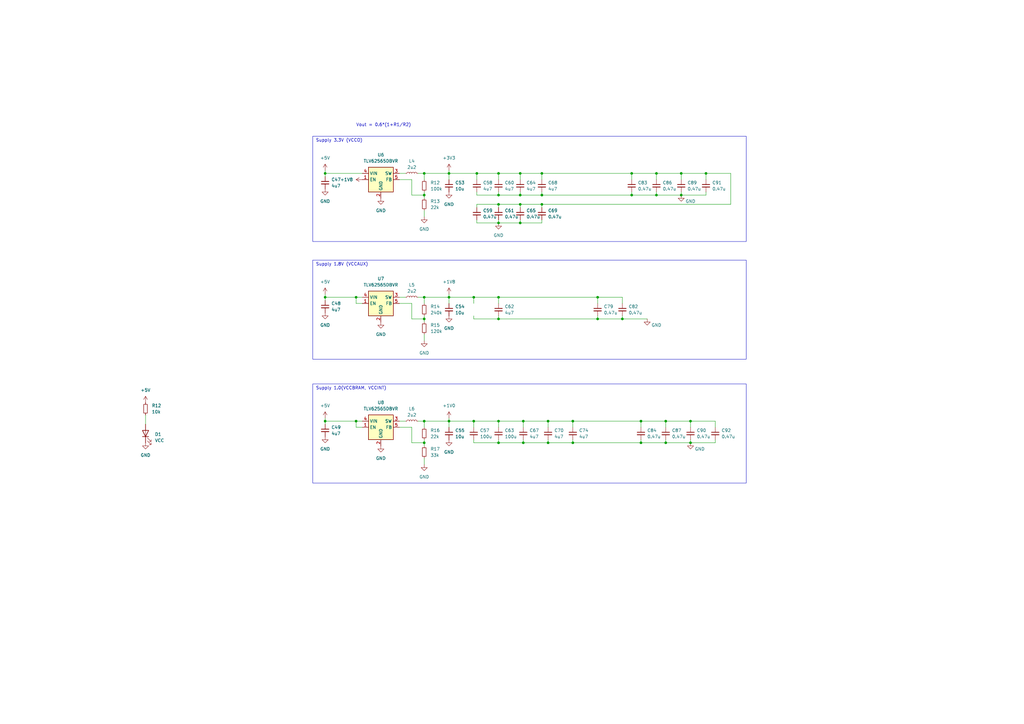
<source format=kicad_sch>
(kicad_sch (version 20231120) (generator "eeschema") (generator_version "8.0")
  (paper "A3")
  (lib_symbols
    (symbol "Device:C_Small" (pin_numbers hide) (pin_names (offset 0.254) hide)
      (property "Reference" "C" (at 0.254 1.778 0))
      (property "Value" "C_Small" (at 0.254 -2.032 0))
      (symbol "C_Small_0_1"
        (polyline (pts (xy -1.524 -0.508) (xy 1.524 -0.508)) (stroke (width 0.3302)))
        (polyline (pts (xy -1.524 0.508) (xy 1.524 0.508)) (stroke (width 0.3048)))
      )
      (symbol "C_Small_1_1"
        (pin passive line (at 0 2.54 270) (length 2.032) (name "~") (number "1"))
        (pin passive line (at 0 -2.54 90) (length 2.032) (name "~") (number "2"))
      )
    )
    (symbol "Device:LED" (pin_numbers hide) (pin_names (offset 1.016) hide)
      (property "Reference" "D" (at 0 2.54 0))
      (property "Value" "LED" (at 0 -2.54 0))
      (symbol "LED_0_1"
        (polyline (pts (xy -1.27 -1.27) (xy -1.27 1.27)) (stroke (width 0.254)))
        (polyline (pts (xy -1.27 0) (xy 1.27 0)))
        (polyline (pts (xy 1.27 -1.27) (xy 1.27 1.27) (xy -1.27 0) (xy 1.27 -1.27)) (stroke (width 0.254)))
        (polyline (pts (xy -3.048 -0.762) (xy -4.572 -2.286) (xy -3.81 -2.286) (xy -4.572 -2.286) (xy -4.572 -1.524)))
        (polyline (pts (xy -1.778 -0.762) (xy -3.302 -2.286) (xy -2.54 -2.286) (xy -3.302 -2.286) (xy -3.302 -1.524)))
      )
      (symbol "LED_1_1"
        (pin passive line (at -3.81 0 0) (length 2.54) (name "K") (number "1"))
        (pin passive line (at 3.81 0 180) (length 2.54) (name "A") (number "2"))
      )
    )
    (symbol "Device:L_Small" (pin_numbers hide) (pin_names (offset 0.254) hide)
      (property "Reference" "L" (at 0.762 1.016 0))
      (property "Value" "L_Small" (at 0.762 -1.016 0))
      (symbol "L_Small_0_1"
        (arc (start 0 -2.032) (mid 0.5058 -1.524) (end 0 -1.016))
        (arc (start 0 -1.016) (mid 0.5058 -0.508) (end 0 0))
        (arc (start 0 0) (mid 0.5058 0.508) (end 0 1.016))
        (arc (start 0 1.016) (mid 0.5058 1.524) (end 0 2.032))
      )
      (symbol "L_Small_1_1"
        (pin passive line (at 0 2.54 270) (length 0.508) (name "~") (number "1"))
        (pin passive line (at 0 -2.54 90) (length 0.508) (name "~") (number "2"))
      )
    )
    (symbol "Device:R_Small" (pin_numbers hide) (pin_names (offset 0.254) hide)
      (property "Reference" "R" (at 0.762 0.508 0))
      (property "Value" "R_Small" (at 0.762 -1.016 0))
      (symbol "R_Small_0_1"
        (rectangle (start -0.762 1.778) (end 0.762 -1.778) (stroke (width 0.2032)))
      )
      (symbol "R_Small_1_1"
        (pin passive line (at 0 2.54 270) (length 0.762) (name "~") (number "1"))
        (pin passive line (at 0 -2.54 90) (length 0.762) (name "~") (number "2"))
      )
    )
    (symbol "Regulator_Switching:NCP1529A"
      (property "Reference" "U" (at -5.08 6.35 0))
      (property "Value" "NCP1529A" (at 0 6.35 0))
      (symbol "NCP1529A_0_1"
        (rectangle (start -5.08 5.08) (end 5.08 -5.08) (stroke (width 0.254)) (fill (type background)))
      )
      (symbol "NCP1529A_1_1"
        (pin input line (at -7.62 0 0) (length 2.54) (name "EN") (number "1"))
        (pin power_in line (at 0 -7.62 90) (length 2.54) (name "GND") (number "2"))
        (pin power_out line (at 7.62 2.54 180) (length 2.54) (name "SW") (number "3"))
        (pin power_in line (at -7.62 2.54 0) (length 2.54) (name "VIN") (number "4"))
        (pin input line (at 7.62 0 180) (length 2.54) (name "FB") (number "5"))
      )
    )
    (symbol "power:+1V0" (power) (pin_names (offset 0))
      (property "Value" "+1V0" (at 0 3.556 0))
      (symbol "+1V0_0_1"
        (polyline (pts (xy -0.762 1.27) (xy 0 2.54)))
        (polyline (pts (xy 0 0) (xy 0 2.54)))
        (polyline (pts (xy 0 2.54) (xy 0.762 1.27)))
      )
      (symbol "+1V0_1_1"
        (pin power_in line (at 0 0 90) (length 0) hide (name "+1V0") (number "1"))
      )
    )
    (symbol "power:+1V8" (power) (pin_names (offset 0))
      (property "Value" "+1V8" (at 0 3.556 0))
      (symbol "+1V8_0_1"
        (polyline (pts (xy -0.762 1.27) (xy 0 2.54)))
        (polyline (pts (xy 0 0) (xy 0 2.54)))
        (polyline (pts (xy 0 2.54) (xy 0.762 1.27)))
      )
      (symbol "+1V8_1_1"
        (pin power_in line (at 0 0 90) (length 0) hide (name "+1V8") (number "1"))
      )
    )
    (symbol "power:+3V3" (power) (pin_names (offset 0))
      (property "Value" "+3V3" (at 0 3.556 0))
      (symbol "+3V3_0_1"
        (polyline (pts (xy -0.762 1.27) (xy 0 2.54)))
        (polyline (pts (xy 0 0) (xy 0 2.54)))
        (polyline (pts (xy 0 2.54) (xy 0.762 1.27)))
      )
      (symbol "+3V3_1_1"
        (pin power_in line (at 0 0 90) (length 0) hide (name "+3V3") (number "1"))
      )
    )
    (symbol "power:+5V" (power) (pin_names (offset 0))
      (property "Value" "+5V" (at 0 3.556 0))
      (symbol "+5V_0_1"
        (polyline (pts (xy -0.762 1.27) (xy 0 2.54)))
        (polyline (pts (xy 0 0) (xy 0 2.54)))
        (polyline (pts (xy 0 2.54) (xy 0.762 1.27)))
      )
      (symbol "+5V_1_1"
        (pin power_in line (at 0 0 90) (length 0) hide (name "+5V") (number "1"))
      )
    )
    (symbol "power:GND" (power) (pin_names (offset 0))
      (property "Value" "GND" (at 0 -3.81 0))
      (symbol "GND_0_1"
        (polyline (pts (xy 0 0) (xy 0 -1.27) (xy 1.27 -1.27) (xy 0 -2.54) (xy -1.27 -1.27) (xy 0 -1.27)))
      )
      (symbol "GND_1_1"
        (pin power_in line (at 0 0 270) (length 0) hide (name "GND") (number "1"))
      )
    )
  )
  (junction (at 259.08 80.01))
  (junction (at 204.47 83.82))
  (junction (at 146.05 121.92))
  (junction (at 213.36 80.01))
  (junction (at 204.47 172.72))
  (junction (at 204.47 71.12))
  (junction (at 234.95 172.72))
  (junction (at 173.99 130.81))
  (junction (at 173.99 80.01))
  (junction (at 269.24 80.01))
  (junction (at 259.08 71.12))
  (junction (at 289.56 71.12))
  (junction (at 173.99 71.12))
  (junction (at 213.36 83.82))
  (junction (at 273.05 181.61))
  (junction (at 222.25 83.82))
  (junction (at 133.35 121.92))
  (junction (at 184.15 121.92))
  (junction (at 204.47 181.61))
  (junction (at 204.47 91.44))
  (junction (at 245.11 121.92))
  (junction (at 262.89 172.72))
  (junction (at 283.21 172.72))
  (junction (at 173.99 172.72))
  (junction (at 214.63 181.61))
  (junction (at 204.47 80.01))
  (junction (at 213.36 91.44))
  (junction (at 222.25 80.01))
  (junction (at 204.47 121.92))
  (junction (at 273.05 172.72))
  (junction (at 146.05 172.72))
  (junction (at 245.11 130.81))
  (junction (at 133.35 71.12))
  (junction (at 214.63 172.72))
  (junction (at 194.31 172.72))
  (junction (at 133.35 172.72))
  (junction (at 204.47 130.81))
  (junction (at 262.89 181.61))
  (junction (at 279.4 80.01))
  (junction (at 195.58 71.12))
  (junction (at 213.36 71.12))
  (junction (at 269.24 71.12))
  (junction (at 184.15 71.12))
  (junction (at 255.27 130.81))
  (junction (at 222.25 71.12))
  (junction (at 184.15 172.72))
  (junction (at 234.95 181.61))
  (junction (at 173.99 181.61))
  (junction (at 279.4 71.12))
  (junction (at 194.31 121.92))
  (junction (at 283.21 181.61))
  (junction (at 224.79 172.72))
  (junction (at 173.99 121.92))
  (junction (at 224.79 181.61))
  (wire (pts (xy 195.58 90.17) (xy 195.58 91.44)))
  (wire (pts (xy 279.4 78.74) (xy 279.4 80.01)))
  (wire (pts (xy 163.83 172.72) (xy 166.37 172.72)))
  (wire (pts (xy 293.37 180.34) (xy 293.37 181.61)))
  (wire (pts (xy 184.15 73.66) (xy 184.15 71.12)))
  (wire (pts (xy 245.11 121.92) (xy 245.11 124.46)))
  (wire (pts (xy 283.21 172.72) (xy 283.21 175.26)))
  (wire (pts (xy 204.47 172.72) (xy 214.63 172.72)))
  (wire (pts (xy 163.83 124.46) (xy 168.91 124.46)))
  (wire (pts (xy 213.36 71.12) (xy 213.36 73.66)))
  (wire (pts (xy 262.89 180.34) (xy 262.89 181.61)))
  (wire (pts (xy 213.36 91.44) (xy 222.25 91.44)))
  (wire (pts (xy 184.15 121.92) (xy 194.31 121.92)))
  (wire (pts (xy 213.36 90.17) (xy 213.36 91.44)))
  (wire (pts (xy 168.91 124.46) (xy 168.91 130.81)))
  (wire (pts (xy 148.59 175.26) (xy 146.05 175.26)))
  (wire (pts (xy 168.91 130.81) (xy 173.99 130.81)))
  (wire (pts (xy 163.83 73.66) (xy 168.91 73.66)))
  (wire (pts (xy 204.47 80.01) (xy 195.58 80.01)))
  (wire (pts (xy 195.58 71.12) (xy 204.47 71.12)))
  (wire (pts (xy 133.35 172.72) (xy 146.05 172.72)))
  (wire (pts (xy 204.47 83.82) (xy 213.36 83.82)))
  (wire (pts (xy 269.24 80.01) (xy 259.08 80.01)))
  (wire (pts (xy 195.58 83.82) (xy 204.47 83.82)))
  (wire (pts (xy 163.83 121.92) (xy 166.37 121.92)))
  (wire (pts (xy 234.95 172.72) (xy 262.89 172.72)))
  (wire (pts (xy 222.25 80.01) (xy 213.36 80.01)))
  (wire (pts (xy 214.63 172.72) (xy 224.79 172.72)))
  (wire (pts (xy 173.99 137.16) (xy 173.99 139.7)))
  (wire (pts (xy 204.47 121.92) (xy 245.11 121.92)))
  (wire (pts (xy 148.59 124.46) (xy 146.05 124.46)))
  (wire (pts (xy 204.47 71.12) (xy 213.36 71.12)))
  (wire (pts (xy 173.99 80.01) (xy 173.99 81.28)))
  (wire (pts (xy 299.72 71.12) (xy 289.56 71.12)))
  (wire (pts (xy 273.05 181.61) (xy 262.89 181.61)))
  (wire (pts (xy 234.95 172.72) (xy 234.95 175.26)))
  (wire (pts (xy 195.58 71.12) (xy 195.58 73.66)))
  (wire (pts (xy 195.58 80.01) (xy 195.58 78.74)))
  (wire (pts (xy 194.31 172.72) (xy 194.31 175.26)))
  (wire (pts (xy 214.63 180.34) (xy 214.63 181.61)))
  (wire (pts (xy 133.35 171.45) (xy 133.35 172.72)))
  (wire (pts (xy 184.15 175.26) (xy 184.15 172.72)))
  (wire (pts (xy 279.4 80.01) (xy 269.24 80.01)))
  (wire (pts (xy 213.36 71.12) (xy 222.25 71.12)))
  (wire (pts (xy 222.25 83.82) (xy 299.72 83.82)))
  (wire (pts (xy 173.99 172.72) (xy 173.99 175.26)))
  (wire (pts (xy 173.99 86.36) (xy 173.99 88.9)))
  (wire (pts (xy 262.89 172.72) (xy 262.89 175.26)))
  (wire (pts (xy 273.05 172.72) (xy 273.05 175.26)))
  (wire (pts (xy 173.99 71.12) (xy 173.99 73.66)))
  (wire (pts (xy 245.11 129.54) (xy 245.11 130.81)))
  (wire (pts (xy 163.83 175.26) (xy 168.91 175.26)))
  (wire (pts (xy 173.99 78.74) (xy 173.99 80.01)))
  (wire (pts (xy 289.56 80.01) (xy 279.4 80.01)))
  (wire (pts (xy 255.27 129.54) (xy 255.27 130.81)))
  (wire (pts (xy 184.15 120.65) (xy 184.15 121.92)))
  (wire (pts (xy 289.56 71.12) (xy 289.56 73.66)))
  (wire (pts (xy 224.79 172.72) (xy 234.95 172.72)))
  (wire (pts (xy 194.31 181.61) (xy 204.47 181.61)))
  (wire (pts (xy 204.47 121.92) (xy 204.47 124.46)))
  (wire (pts (xy 133.35 123.19) (xy 133.35 121.92)))
  (wire (pts (xy 133.35 173.99) (xy 133.35 172.72)))
  (wire (pts (xy 133.35 72.39) (xy 133.35 71.12)))
  (wire (pts (xy 299.72 83.82) (xy 299.72 71.12)))
  (wire (pts (xy 283.21 181.61) (xy 273.05 181.61)))
  (wire (pts (xy 173.99 121.92) (xy 184.15 121.92)))
  (wire (pts (xy 283.21 172.72) (xy 293.37 172.72)))
  (wire (pts (xy 168.91 175.26) (xy 168.91 181.61)))
  (wire (pts (xy 204.47 91.44) (xy 213.36 91.44)))
  (wire (pts (xy 204.47 71.12) (xy 204.47 73.66)))
  (wire (pts (xy 59.69 170.18) (xy 59.69 173.99)))
  (wire (pts (xy 194.31 181.61) (xy 194.31 180.34)))
  (wire (pts (xy 173.99 187.96) (xy 173.99 190.5)))
  (wire (pts (xy 273.05 172.72) (xy 283.21 172.72)))
  (wire (pts (xy 259.08 71.12) (xy 259.08 73.66)))
  (wire (pts (xy 259.08 71.12) (xy 269.24 71.12)))
  (wire (pts (xy 204.47 78.74) (xy 204.47 80.01)))
  (wire (pts (xy 224.79 180.34) (xy 224.79 181.61)))
  (wire (pts (xy 234.95 181.61) (xy 262.89 181.61)))
  (wire (pts (xy 279.4 71.12) (xy 289.56 71.12)))
  (wire (pts (xy 204.47 90.17) (xy 204.47 91.44)))
  (wire (pts (xy 269.24 71.12) (xy 269.24 73.66)))
  (wire (pts (xy 173.99 180.34) (xy 173.99 181.61)))
  (wire (pts (xy 184.15 172.72) (xy 194.31 172.72)))
  (wire (pts (xy 289.56 78.74) (xy 289.56 80.01)))
  (wire (pts (xy 213.36 80.01) (xy 204.47 80.01)))
  (wire (pts (xy 262.89 172.72) (xy 273.05 172.72)))
  (wire (pts (xy 194.31 172.72) (xy 204.47 172.72)))
  (wire (pts (xy 283.21 180.34) (xy 283.21 181.61)))
  (wire (pts (xy 194.31 121.92) (xy 204.47 121.92)))
  (wire (pts (xy 213.36 78.74) (xy 213.36 80.01)))
  (wire (pts (xy 293.37 172.72) (xy 293.37 175.26)))
  (wire (pts (xy 184.15 124.46) (xy 184.15 121.92)))
  (wire (pts (xy 234.95 180.34) (xy 234.95 181.61)))
  (wire (pts (xy 245.11 121.92) (xy 255.27 121.92)))
  (wire (pts (xy 222.25 71.12) (xy 222.25 73.66)))
  (wire (pts (xy 168.91 181.61) (xy 173.99 181.61)))
  (wire (pts (xy 204.47 129.54) (xy 204.47 130.81)))
  (wire (pts (xy 269.24 71.12) (xy 279.4 71.12)))
  (wire (pts (xy 195.58 85.09) (xy 195.58 83.82)))
  (wire (pts (xy 214.63 181.61) (xy 224.79 181.61)))
  (wire (pts (xy 222.25 71.12) (xy 259.08 71.12)))
  (wire (pts (xy 213.36 83.82) (xy 222.25 83.82)))
  (wire (pts (xy 173.99 121.92) (xy 173.99 124.46)))
  (wire (pts (xy 204.47 83.82) (xy 204.47 85.09)))
  (wire (pts (xy 255.27 130.81) (xy 245.11 130.81)))
  (wire (pts (xy 194.31 130.81) (xy 204.47 130.81)))
  (wire (pts (xy 224.79 172.72) (xy 224.79 175.26)))
  (wire (pts (xy 259.08 78.74) (xy 259.08 80.01)))
  (wire (pts (xy 213.36 83.82) (xy 213.36 85.09)))
  (wire (pts (xy 204.47 181.61) (xy 214.63 181.61)))
  (wire (pts (xy 279.4 71.12) (xy 279.4 73.66)))
  (wire (pts (xy 222.25 83.82) (xy 222.25 85.09)))
  (wire (pts (xy 194.31 124.46) (xy 194.31 121.92)))
  (wire (pts (xy 214.63 172.72) (xy 214.63 175.26)))
  (wire (pts (xy 222.25 90.17) (xy 222.25 91.44)))
  (wire (pts (xy 133.35 71.12) (xy 148.59 71.12)))
  (wire (pts (xy 173.99 129.54) (xy 173.99 130.81)))
  (wire (pts (xy 184.15 69.85) (xy 184.15 71.12)))
  (wire (pts (xy 171.45 172.72) (xy 173.99 172.72)))
  (wire (pts (xy 184.15 171.45) (xy 184.15 172.72)))
  (wire (pts (xy 204.47 180.34) (xy 204.47 181.61)))
  (wire (pts (xy 173.99 172.72) (xy 184.15 172.72)))
  (wire (pts (xy 255.27 121.92) (xy 255.27 124.46)))
  (wire (pts (xy 163.83 71.12) (xy 166.37 71.12)))
  (wire (pts (xy 195.58 91.44) (xy 204.47 91.44)))
  (wire (pts (xy 146.05 124.46) (xy 146.05 121.92)))
  (wire (pts (xy 146.05 175.26) (xy 146.05 172.72)))
  (wire (pts (xy 293.37 181.61) (xy 283.21 181.61)))
  (wire (pts (xy 146.05 121.92) (xy 148.59 121.92)))
  (wire (pts (xy 173.99 130.81) (xy 173.99 132.08)))
  (wire (pts (xy 171.45 121.92) (xy 173.99 121.92)))
  (wire (pts (xy 173.99 71.12) (xy 184.15 71.12)))
  (wire (pts (xy 184.15 71.12) (xy 195.58 71.12)))
  (wire (pts (xy 168.91 80.01) (xy 173.99 80.01)))
  (wire (pts (xy 222.25 80.01) (xy 259.08 80.01)))
  (wire (pts (xy 133.35 69.85) (xy 133.35 71.12)))
  (wire (pts (xy 204.47 172.72) (xy 204.47 175.26)))
  (wire (pts (xy 269.24 78.74) (xy 269.24 80.01)))
  (wire (pts (xy 133.35 120.65) (xy 133.35 121.92)))
  (wire (pts (xy 265.43 130.81) (xy 255.27 130.81)))
  (wire (pts (xy 173.99 181.61) (xy 173.99 182.88)))
  (wire (pts (xy 204.47 130.81) (xy 245.11 130.81)))
  (wire (pts (xy 194.31 129.54) (xy 194.31 130.81)))
  (wire (pts (xy 146.05 172.72) (xy 148.59 172.72)))
  (wire (pts (xy 171.45 71.12) (xy 173.99 71.12)))
  (wire (pts (xy 168.91 73.66) (xy 168.91 80.01)))
  (wire (pts (xy 224.79 181.61) (xy 234.95 181.61)))
  (wire (pts (xy 222.25 78.74) (xy 222.25 80.01)))
  (wire (pts (xy 273.05 180.34) (xy 273.05 181.61)))
  (wire (pts (xy 133.35 121.92) (xy 146.05 121.92)))
  (rectangle (start 128.27 55.88) (end 306.07 99.06))
  (rectangle (start 128.27 157.48) (end 306.07 198.12))
  (rectangle (start 128.27 106.68) (end 306.07 147.32))
  (text "Supply 1.8V (VCCAUX)\n" (at 129.54 109.22 0) (effects (font (size 1.27 1.27)) (justify left bottom)))
  (text "Supply 3.3V (VCCO)" (at 129.54 58.42 0) (effects (font (size 1.27 1.27)) (justify left bottom)))
  (text "Supply 1.0(VCCBRAM, VCCINT)\n" (at 129.54 160.02 0) (effects (font (size 1.27 1.27)) (justify left bottom)))
  (text "Vout = 0.6*(1+R1/R2)" (at 146.05 52.07 0) (effects (font (size 1.27 1.27)) (justify left bottom)))
  (symbol (lib_id "Device:C_Small") (at 289.56 76.2 0) (unit 1)
    (property "Reference" "C91" (at 292.1 74.9363 0) (effects (justify left)))
    (property "Value" "0.47u" (at 292.1 77.4763 0) (effects (justify left)))
    (property "Footprint" "Capacitor_SMD:C_0402_1005Metric" (effects (hide yes)))
    (property "JLCPCB" "C106255" (effects (hide yes)))
    (instances (project "som_fpga" (path "" (reference "C91") (unit 1)) (path "" (reference "C17") (unit 1))) (project "som_fpga" (path "" (reference "C43") (unit 1))))
  )
  (symbol (lib_id "power:GND") (at 156.21 132.08 0) (unit 1)
    (property "Reference" "#PWR059" (effects (hide yes)))
    (property "Value" "GND" (at 156.21 137.16 0))
    (instances (project "som_fpga" (path "" (reference "#PWR059") (unit 1)) (path "" (reference "#PWR09") (unit 1))) (project "som_fpga" (path "" (reference "#PWR030") (unit 1))))
  )
  (symbol (lib_id "Device:C_Small") (at 273.05 177.8 0) (unit 1)
    (property "Reference" "C87" (at 275.59 176.5363 0) (effects (justify left)))
    (property "Value" "0.47u" (at 275.59 179.0763 0) (effects (justify left)))
    (property "Footprint" "Capacitor_SMD:C_0402_1005Metric" (effects (hide yes)))
    (property "JLCPCB" "C106255" (effects (hide yes)))
    (instances (project "som_fpga" (path "" (reference "C87") (unit 1)) (path "" (reference "C41") (unit 1))) (project "som_fpga" (path "" (reference "C39") (unit 1))))
  )
  (symbol (lib_id "Device:R_Small") (at 173.99 185.42 0) (unit 1)
    (property "Reference" "R17" (at 176.53 184.15 0) (effects (justify left)))
    (property "Value" "33k" (at 176.53 186.69 0) (effects (justify left)))
    (property "Footprint" "Resistor_SMD:R_0402_1005Metric" (effects (hide yes)))
    (property "JLCPCB" "C416388" (effects (hide yes)))
    (instances (project "som_fpga" (path "" (reference "R17") (unit 1)) (path "" (reference "R6") (unit 1))) (project "som_fpga" (path "" (reference "R13") (unit 1))))
  )
  (symbol (lib_id "Device:R_Small") (at 173.99 177.8 0) (unit 1)
    (property "Reference" "R16" (at 176.53 176.53 0) (effects (justify left)))
    (property "Value" "22k" (at 176.53 179.07 0) (effects (justify left)))
    (property "Footprint" "Resistor_SMD:R_0402_1005Metric" (effects (hide yes)))
    (property "JLCPCB" "C409681" (effects (hide yes)))
    (instances (project "som_fpga" (path "" (reference "R16") (unit 1)) (path "" (reference "R5") (unit 1))) (project "som_fpga" (path "" (reference "R12") (unit 1))))
  )
  (symbol (lib_id "power:+3V3") (at 184.15 69.85 0) (unit 1)
    (property "Reference" "#PWR057" (effects (hide yes)))
    (property "Value" "+3V3" (at 184.15 64.77 0))
    (instances (project "som_fpga" (path "" (reference "#PWR057") (unit 1))) (project "som_fpga" (path "" (reference "#PWR035") (unit 1))))
  )
  (symbol (lib_id "power:GND") (at 173.99 139.7 0) (unit 1)
    (property "Reference" "#PWR062" (effects (hide yes)))
    (property "Value" "GND" (at 173.99 144.78 0))
    (instances (project "som_fpga" (path "" (reference "#PWR062") (unit 1)) (path "" (reference "#PWR010") (unit 1))) (project "som_fpga" (path "" (reference "#PWR033") (unit 1))))
  )
  (symbol (lib_id "Device:C_Small") (at 133.35 74.93 0) (unit 1)
    (property "Reference" "C47" (at 135.89 73.6663 0) (effects (justify left)))
    (property "Value" "4u7" (at 135.89 76.2063 0) (effects (justify left)))
    (property "Footprint" "Capacitor_SMD:C_0805_2012Metric" (effects (hide yes)))
    (property "JLCPCB" "C162420" (effects (hide yes)))
    (instances (project "som_fpga" (path "" (reference "C47") (unit 1)) (path "" (reference "C1") (unit 1))) (project "som_fpga" (path "" (reference "C2") (unit 1))))
  )
  (symbol (lib_id "power:+5V") (at 133.35 171.45 0) (unit 1)
    (property "Reference" "#PWR055" (effects (hide yes)))
    (property "Value" "+5V" (at 133.35 166.37 0))
    (instances (project "som_fpga" (path "" (reference "#PWR055") (unit 1)) (path "" (reference "#PWR013") (unit 1))) (project "som_fpga" (path "" (reference "#PWR026") (unit 1))))
  )
  (symbol (lib_id "Device:R_Small") (at 59.69 167.64 0) (unit 1)
    (property "Reference" "R12" (at 62.23 166.37 0) (effects (justify left)))
    (property "Value" "10k" (at 62.23 168.91 0) (effects (justify left)))
    (property "Footprint" "Resistor_SMD:R_0402_1005Metric" (effects (hide yes)))
    (property "JLCPCB" "C328298" (effects (hide yes)))
    (instances (project "som_fpga" (path "" (reference "R12") (unit 1)) (path "" (reference "R13") (unit 1))) (project "som_fpga" (path "" (reference "R7") (unit 1))))
  )
  (symbol (lib_id "Device:C_Small") (at 204.47 127 0) (unit 1)
    (property "Reference" "C62" (at 207.01 125.7363 0) (effects (justify left)))
    (property "Value" "4u7" (at 207.01 128.2763 0) (effects (justify left)))
    (property "Footprint" "Capacitor_SMD:C_0805_2012Metric" (effects (hide yes)))
    (property "JLCPCB" "C162420" (effects (hide yes)))
    (instances (project "som_fpga" (path "" (reference "C62") (unit 1)) (path "" (reference "C25") (unit 1))) (project "som_fpga" (path "" (reference "C14") (unit 1))))
  )
  (symbol (lib_id "Device:C_Small") (at 222.25 76.2 0) (unit 1)
    (property "Reference" "C68" (at 224.79 74.9363 0) (effects (justify left)))
    (property "Value" "4u7" (at 224.79 77.4763 0) (effects (justify left)))
    (property "Footprint" "Capacitor_SMD:C_0805_2012Metric" (effects (hide yes)))
    (property "JLCPCB" "C162420" (effects (hide yes)))
    (instances (project "som_fpga" (path "" (reference "C68") (unit 1)) (path "" (reference "C10") (unit 1))) (project "som_fpga" (path "" (reference "C20") (unit 1))))
  )
  (symbol (lib_id "power:GND") (at 265.43 130.81 0) (unit 1)
    (property "Reference" "#PWR071" (effects (hide yes)))
    (property "Value" "GND" (at 269.24 133.35 0))
    (instances (project "som_fpga" (path "" (reference "#PWR071") (unit 1)) (path "" (reference "#PWR021") (unit 1))) (project "som_fpga" (path "" (reference "#PWR042") (unit 1))))
  )
  (symbol (lib_id "Device:C_Small") (at 195.58 76.2 0) (unit 1)
    (property "Reference" "C58" (at 198.12 74.9363 0) (effects (justify left)))
    (property "Value" "4u7" (at 198.12 77.4763 0) (effects (justify left)))
    (property "Footprint" "Capacitor_SMD:C_0805_2012Metric" (effects (hide yes)))
    (property "JLCPCB" "C162420" (effects (hide yes)))
    (instances (project "som_fpga" (path "" (reference "C58") (unit 1)) (path "" (reference "C7") (unit 1))) (project "som_fpga" (path "" (reference "C10") (unit 1))))
  )
  (symbol (lib_id "power:GND") (at 283.21 181.61 0) (unit 1)
    (property "Reference" "#PWR073" (effects (hide yes)))
    (property "Value" "GND" (at 287.02 184.15 0))
    (instances (project "som_fpga" (path "" (reference "#PWR073") (unit 1)) (path "" (reference "#PWR022") (unit 1))) (project "som_fpga" (path "" (reference "#PWR044") (unit 1))))
  )
  (symbol (lib_id "Device:C_Small") (at 262.89 177.8 0) (unit 1)
    (property "Reference" "C84" (at 265.43 176.5363 0) (effects (justify left)))
    (property "Value" "0.47u" (at 265.43 179.0763 0) (effects (justify left)))
    (property "Footprint" "Capacitor_SMD:C_0402_1005Metric" (effects (hide yes)))
    (property "JLCPCB" "C106255" (effects (hide yes)))
    (instances (project "som_fpga" (path "" (reference "C84") (unit 1)) (path "" (reference "C40") (unit 1))) (project "som_fpga" (path "" (reference "C36") (unit 1))))
  )
  (symbol (lib_id "Device:C_Small") (at 133.35 176.53 0) (unit 1)
    (property "Reference" "C49" (at 135.89 175.2663 0) (effects (justify left)))
    (property "Value" "4u7" (at 135.89 177.8063 0) (effects (justify left)))
    (property "Footprint" "Capacitor_SMD:C_0805_2012Metric" (effects (hide yes)))
    (property "JLCPCB" "C162420" (effects (hide yes)))
    (instances (project "som_fpga" (path "" (reference "C49") (unit 1)) (path "" (reference "C5") (unit 1))) (project "som_fpga" (path "" (reference "C4") (unit 1))))
  )
  (symbol (lib_id "Device:C_Small") (at 194.31 177.8 0) (unit 1)
    (property "Reference" "C57" (at 196.85 176.5363 0) (effects (justify left)))
    (property "Value" "100u" (at 196.85 179.0763 0) (effects (justify left)))
    (property "Footprint" "Capacitor_SMD:C_1206_3216Metric" (effects (hide yes)))
    (property "JLCPCB" "C268006" (effects (hide yes)))
    (instances (project "som_fpga" (path "" (reference "C57") (unit 1)) (path "" (reference "C33") (unit 1))) (project "som_fpga" (path "" (reference "C9") (unit 1))))
  )
  (symbol (lib_id "Regulator_Switching:NCP1529A") (at 156.21 73.66 0) (unit 1)
    (property "Reference" "U6" (at 156.21 63.5 0))
    (property "Value" "TLV62565DBVR" (at 156.21 66.04 0))
    (property "Footprint" "Package_TO_SOT_SMD:SOT-23-5" (effects (hide yes)))
    (property "Datasheet" "https://www.onsemi.com/pub/Collateral/NCP1529-D.PDF" (effects (hide yes)))
    (property "JLCPCB" "C87122" (effects (hide yes)))
    (instances (project "som_fpga" (path "" (reference "U6") (unit 1)) (path "" (reference "U2") (unit 1))) (project "som_fpga" (path "" (reference "U7") (unit 1))))
  )
  (symbol (lib_id "power:GND") (at 204.47 91.44 0) (unit 1)
    (property "Reference" "#PWR070" (effects (hide yes)))
    (property "Value" "GND" (at 204.47 96.52 0))
    (instances (project "som_fpga" (path "" (reference "#PWR070") (unit 1)) (path "" (reference "#PWR019") (unit 1))) (project "som_fpga" (path "" (reference "#PWR041") (unit 1))))
  )
  (symbol (lib_id "power:+1V8") (at 148.59 73.66 90) (unit 1)
    (property "Reference" "#PWR057" (effects (hide yes)))
    (property "Value" "+1V8" (at 144.78 73.66 90) (effects (justify left)))
    (instances (project "som_fpga" (path "" (reference "#PWR057") (unit 1)) (path "" (reference "#PWR023") (unit 1))) (project "som_fpga" (path "" (reference "#PWR028") (unit 1))))
  )
  (symbol (lib_id "Device:C_Small") (at 283.21 177.8 0) (unit 1)
    (property "Reference" "C90" (at 285.75 176.5363 0) (effects (justify left)))
    (property "Value" "0.47u" (at 285.75 179.0763 0) (effects (justify left)))
    (property "Footprint" "Capacitor_SMD:C_0402_1005Metric" (effects (hide yes)))
    (property "JLCPCB" "C106255" (effects (hide yes)))
    (instances (project "som_fpga" (path "" (reference "C90") (unit 1)) (path "" (reference "C42") (unit 1))) (project "som_fpga" (path "" (reference "C42") (unit 1))))
  )
  (symbol (lib_id "power:GND") (at 279.4 80.01 0) (unit 1)
    (property "Reference" "#PWR072" (effects (hide yes)))
    (property "Value" "GND" (at 283.21 82.55 0))
    (instances (project "som_fpga" (path "" (reference "#PWR072") (unit 1)) (path "" (reference "#PWR020") (unit 1))) (project "som_fpga" (path "" (reference "#PWR043") (unit 1))))
  )
  (symbol (lib_id "Device:R_Small") (at 173.99 127 0) (unit 1)
    (property "Reference" "R14" (at 176.53 125.73 0) (effects (justify left)))
    (property "Value" "240k" (at 176.53 128.27 0) (effects (justify left)))
    (property "Footprint" "Resistor_SMD:R_0402_1005Metric" (effects (hide yes)))
    (property "JLCPCB" "C323663" (effects (hide yes)))
    (instances (project "som_fpga" (path "" (reference "R14") (unit 1)) (path "" (reference "R4") (unit 1))) (project "som_fpga" (path "" (reference "R10") (unit 1))))
  )
  (symbol (lib_id "Device:C_Small") (at 184.15 177.8 0) (unit 1)
    (property "Reference" "C55" (at 186.69 176.5363 0) (effects (justify left)))
    (property "Value" "10u" (at 186.69 179.0763 0) (effects (justify left)))
    (property "Footprint" "Capacitor_SMD:C_0805_2012Metric" (effects (hide yes)))
    (property "JLCPCB" "C105505" (effects (hide yes)))
    (instances (project "som_fpga" (path "" (reference "C55") (unit 1)) (path "" (reference "C6") (unit 1))) (project "som_fpga" (path "" (reference "C7") (unit 1))))
  )
  (symbol (lib_id "Device:C_Small") (at 259.08 76.2 0) (unit 1)
    (property "Reference" "C83" (at 261.62 74.9363 0) (effects (justify left)))
    (property "Value" "0.47u" (at 261.62 77.4763 0) (effects (justify left)))
    (property "Footprint" "Capacitor_SMD:C_0402_1005Metric" (effects (hide yes)))
    (property "JLCPCB" "C106255" (effects (hide yes)))
    (instances (project "som_fpga" (path "" (reference "C83") (unit 1)) (path "" (reference "C14") (unit 1))) (project "som_fpga" (path "" (reference "C35") (unit 1))))
  )
  (symbol (lib_id "power:GND") (at 133.35 77.47 0) (unit 1)
    (property "Reference" "#PWR052" (effects (hide yes)))
    (property "Value" "GND" (at 133.35 82.55 0))
    (instances (project "som_fpga" (path "" (reference "#PWR052") (unit 1)) (path "" (reference "#PWR03") (unit 1))) (project "som_fpga" (path "" (reference "#PWR023") (unit 1))))
  )
  (symbol (lib_id "Device:C_Small") (at 184.15 76.2 0) (unit 1)
    (property "Reference" "C53" (at 186.69 74.9363 0) (effects (justify left)))
    (property "Value" "10u" (at 186.69 77.4763 0) (effects (justify left)))
    (property "Footprint" "Capacitor_SMD:C_0805_2012Metric" (effects (hide yes)))
    (property "JLCPCB" "C105505" (effects (hide yes)))
    (instances (project "som_fpga" (path "" (reference "C53") (unit 1)) (path "" (reference "C2") (unit 1))) (project "som_fpga" (path "" (reference "C5") (unit 1))))
  )
  (symbol (lib_id "Device:C_Small") (at 204.47 87.63 0) (unit 1)
    (property "Reference" "C61" (at 207.01 86.3663 0) (effects (justify left)))
    (property "Value" "0.47u" (at 207.01 88.9063 0) (effects (justify left)))
    (property "Footprint" "Capacitor_SMD:C_0402_1005Metric" (effects (hide yes)))
    (property "JLCPCB" "C106255" (effects (hide yes)))
    (instances (project "som_fpga" (path "" (reference "C61") (unit 1)) (path "" (reference "C19") (unit 1))) (project "som_fpga" (path "" (reference "C13") (unit 1))))
  )
  (symbol (lib_id "Device:C_Small") (at 204.47 177.8 0) (unit 1)
    (property "Reference" "C63" (at 207.01 176.5363 0) (effects (justify left)))
    (property "Value" "100u" (at 207.01 179.0763 0) (effects (justify left)))
    (property "Footprint" "Capacitor_SMD:C_1206_3216Metric" (effects (hide yes)))
    (property "JLCPCB" "C268006" (effects (hide yes)))
    (instances (project "som_fpga" (path "" (reference "C63") (unit 1)) (path "" (reference "C34") (unit 1))) (project "som_fpga" (path "" (reference "C15") (unit 1))))
  )
  (symbol (lib_id "power:+1V0") (at 184.15 171.45 0) (unit 1)
    (property "Reference" "#PWR068" (effects (hide yes)))
    (property "Value" "+1V0" (at 184.15 166.37 0))
    (instances (project "som_fpga" (path "" (reference "#PWR068") (unit 1)) (path "" (reference "#PWR017") (unit 1))) (project "som_fpga" (path "" (reference "#PWR039") (unit 1))))
  )
  (symbol (lib_id "Device:C_Small") (at 245.11 127 0) (unit 1)
    (property "Reference" "C79" (at 247.65 125.7363 0) (effects (justify left)))
    (property "Value" "0.47u" (at 247.65 128.2763 0) (effects (justify left)))
    (property "Footprint" "Capacitor_SMD:C_0402_1005Metric" (effects (hide yes)))
    (property "JLCPCB" "C106255" (effects (hide yes)))
    (instances (project "som_fpga" (path "" (reference "C79") (unit 1)) (path "" (reference "C29") (unit 1))) (project "som_fpga" (path "" (reference "C31") (unit 1))))
  )
  (symbol (lib_id "power:GND") (at 184.15 78.74 0) (unit 1)
    (property "Reference" "#PWR065" (effects (hide yes)))
    (property "Value" "GND" (at 184.15 83.82 0))
    (instances (project "som_fpga" (path "" (reference "#PWR065") (unit 1)) (path "" (reference "#PWR02") (unit 1))) (project "som_fpga" (path "" (reference "#PWR036") (unit 1))))
  )
  (symbol (lib_id "power:GND") (at 133.35 179.07 0) (unit 1)
    (property "Reference" "#PWR056" (effects (hide yes)))
    (property "Value" "GND" (at 133.35 184.15 0))
    (instances (project "som_fpga" (path "" (reference "#PWR056") (unit 1)) (path "" (reference "#PWR014") (unit 1))) (project "som_fpga" (path "" (reference "#PWR027") (unit 1))))
  )
  (symbol (lib_id "Regulator_Switching:NCP1529A") (at 156.21 175.26 0) (unit 1)
    (property "Reference" "U8" (at 156.21 165.1 0))
    (property "Value" "TLV62565DBVR" (at 156.21 167.64 0))
    (property "Footprint" "Package_TO_SOT_SMD:SOT-23-5" (effects (hide yes)))
    (property "Datasheet" "https://www.onsemi.com/pub/Collateral/NCP1529-D.PDF" (effects (hide yes)))
    (property "JLCPCB" "C23902" (effects (hide yes)))
    (instances (project "som_fpga" (path "" (reference "U8") (unit 1)) (path "" (reference "U4") (unit 1))) (project "som_fpga" (path "" (reference "U9") (unit 1))))
  )
  (symbol (lib_id "Device:C_Small") (at 224.79 177.8 0) (unit 1)
    (property "Reference" "C70" (at 227.33 176.5363 0) (effects (justify left)))
    (property "Value" "4u7" (at 227.33 179.0763 0) (effects (justify left)))
    (property "Footprint" "Capacitor_SMD:C_0805_2012Metric" (effects (hide yes)))
    (property "JLCPCB" "C162420" (effects (hide yes)))
    (instances (project "som_fpga" (path "" (reference "C70") (unit 1)) (path "" (reference "C36") (unit 1))) (project "som_fpga" (path "" (reference "C22") (unit 1))))
  )
  (symbol (lib_id "Device:C_Small") (at 195.58 87.63 0) (unit 1)
    (property "Reference" "C59" (at 198.12 86.3663 0) (effects (justify left)))
    (property "Value" "0.47u" (at 198.12 88.9063 0) (effects (justify left)))
    (property "Footprint" "Capacitor_SMD:C_0402_1005Metric" (effects (hide yes)))
    (property "JLCPCB" "C106255" (effects (hide yes)))
    (instances (project "som_fpga" (path "" (reference "C59") (unit 1)) (path "" (reference "C18") (unit 1))) (project "som_fpga" (path "" (reference "C11") (unit 1))))
  )
  (symbol (lib_id "Device:C_Small") (at 279.4 76.2 0) (unit 1)
    (property "Reference" "C89" (at 281.94 74.9363 0) (effects (justify left)))
    (property "Value" "0.47u" (at 281.94 77.4763 0) (effects (justify left)))
    (property "Footprint" "Capacitor_SMD:C_0402_1005Metric" (effects (hide yes)))
    (property "JLCPCB" "C106255" (effects (hide yes)))
    (instances (project "som_fpga" (path "" (reference "C89") (unit 1)) (path "" (reference "C16") (unit 1))) (project "som_fpga" (path "" (reference "C41") (unit 1))))
  )
  (symbol (lib_id "Device:C_Small") (at 213.36 87.63 0) (unit 1)
    (property "Reference" "C65" (at 215.9 86.3663 0) (effects (justify left)))
    (property "Value" "0.47u" (at 215.9 88.9063 0) (effects (justify left)))
    (property "Footprint" "Capacitor_SMD:C_0402_1005Metric" (effects (hide yes)))
    (property "JLCPCB" "C106255" (effects (hide yes)))
    (instances (project "som_fpga" (path "" (reference "C65") (unit 1)) (path "" (reference "C20") (unit 1))) (project "som_fpga" (path "" (reference "C17") (unit 1))))
  )
  (symbol (lib_id "power:GND") (at 156.21 81.28 0) (unit 1)
    (property "Reference" "#PWR058" (effects (hide yes)))
    (property "Value" "GND" (at 156.21 86.36 0))
    (instances (project "som_fpga" (path "" (reference "#PWR058") (unit 1)) (path "" (reference "#PWR01") (unit 1))) (project "som_fpga" (path "" (reference "#PWR029") (unit 1))))
  )
  (symbol (lib_id "Device:L_Small") (at 168.91 172.72 90) (unit 1)
    (property "Reference" "L6" (at 168.91 167.64 90))
    (property "Value" "2u2" (at 168.91 170.18 90))
    (property "Footprint" "lib:IND_LQH3NPN2R2MMEL" (effects (hide yes)))
    (property "JLCPCB" "C341775" (effects (hide yes)))
    (instances (project "som_fpga" (path "" (reference "L6") (unit 1)) (path "" (reference "L3") (unit 1))) (project "som_fpga" (path "" (reference "L3") (unit 1))))
  )
  (symbol (lib_id "Device:C_Small") (at 293.37 177.8 0) (unit 1)
    (property "Reference" "C92" (at 295.91 176.5363 0) (effects (justify left)))
    (property "Value" "0.47u" (at 295.91 179.0763 0) (effects (justify left)))
    (property "Footprint" "Capacitor_SMD:C_0402_1005Metric" (effects (hide yes)))
    (property "JLCPCB" "C106255" (effects (hide yes)))
    (instances (project "som_fpga" (path "" (reference "C92") (unit 1)) (path "" (reference "C43") (unit 1))) (project "som_fpga" (path "" (reference "C44") (unit 1))))
  )
  (symbol (lib_id "Device:C_Small") (at 222.25 87.63 0) (unit 1)
    (property "Reference" "C69" (at 224.79 86.3663 0) (effects (justify left)))
    (property "Value" "0.47u" (at 224.79 88.9063 0) (effects (justify left)))
    (property "Footprint" "Capacitor_SMD:C_0402_1005Metric" (effects (hide yes)))
    (property "JLCPCB" "C106255" (effects (hide yes)))
    (instances (project "som_fpga" (path "" (reference "C69") (unit 1)) (path "" (reference "C21") (unit 1))) (project "som_fpga" (path "" (reference "C21") (unit 1))))
  )
  (symbol (lib_id "Device:C_Small") (at 213.36 76.2 0) (unit 1)
    (property "Reference" "C64" (at 215.9 74.9363 0) (effects (justify left)))
    (property "Value" "4u7" (at 215.9 77.4763 0) (effects (justify left)))
    (property "Footprint" "Capacitor_SMD:C_0805_2012Metric" (effects (hide yes)))
    (property "JLCPCB" "C162420" (effects (hide yes)))
    (instances (project "som_fpga" (path "" (reference "C64") (unit 1)) (path "" (reference "C9") (unit 1))) (project "som_fpga" (path "" (reference "C16") (unit 1))))
  )
  (symbol (lib_id "power:+1V8") (at 184.15 120.65 0) (unit 1)
    (property "Reference" "#PWR066" (effects (hide yes)))
    (property "Value" "+1V8" (at 184.15 115.57 0))
    (instances (project "som_fpga" (path "" (reference "#PWR066") (unit 1)) (path "" (reference "#PWR011") (unit 1))) (project "som_fpga" (path "" (reference "#PWR037") (unit 1))))
  )
  (symbol (lib_id "power:GND") (at 59.69 181.61 0) (unit 1)
    (property "Reference" "#PWR048" (effects (hide yes)))
    (property "Value" "GND" (at 59.69 186.69 0))
    (instances (project "som_fpga" (path "" (reference "#PWR048") (unit 1)) (path "" (reference "#PWR062") (unit 1))) (project "som_fpga" (path "" (reference "#PWR021") (unit 1))))
  )
  (symbol (lib_id "Regulator_Switching:NCP1529A") (at 156.21 124.46 0) (unit 1)
    (property "Reference" "U7" (at 156.21 114.3 0))
    (property "Value" "TLV62565DBVR" (at 156.21 116.84 0))
    (property "Footprint" "Package_TO_SOT_SMD:SOT-23-5" (effects (hide yes)))
    (property "Datasheet" "https://www.onsemi.com/pub/Collateral/NCP1529-D.PDF" (effects (hide yes)))
    (property "JLCPCB" "C23902" (effects (hide yes)))
    (instances (project "som_fpga" (path "" (reference "U7") (unit 1)) (path "" (reference "U3") (unit 1))) (project "som_fpga" (path "" (reference "U8") (unit 1))))
  )
  (symbol (lib_id "Device:R_Small") (at 173.99 83.82 0) (unit 1)
    (property "Reference" "R13" (at 176.53 82.55 0) (effects (justify left)))
    (property "Value" "22k" (at 176.53 85.09 0) (effects (justify left)))
    (property "Footprint" "Resistor_SMD:R_0402_1005Metric" (effects (hide yes)))
    (property "JLCPCB" "C409681" (effects (hide yes)))
    (instances (project "som_fpga" (path "" (reference "R13") (unit 1)) (path "" (reference "R2") (unit 1))) (project "som_fpga" (path "" (reference "R9") (unit 1))))
  )
  (symbol (lib_id "power:GND") (at 173.99 190.5 0) (unit 1)
    (property "Reference" "#PWR063" (effects (hide yes)))
    (property "Value" "GND" (at 173.99 195.58 0))
    (instances (project "som_fpga" (path "" (reference "#PWR063") (unit 1)) (path "" (reference "#PWR016") (unit 1))) (project "som_fpga" (path "" (reference "#PWR034") (unit 1))))
  )
  (symbol (lib_id "power:+5V") (at 59.69 165.1 0) (unit 1)
    (property "Reference" "#PWR051" (effects (hide yes)))
    (property "Value" "+5V" (at 59.69 160.02 0))
    (instances (project "som_fpga" (path "" (reference "#PWR051") (unit 1)) (path "" (reference "#PWR063") (unit 1))) (project "som_fpga" (path "" (reference "#PWR020") (unit 1))))
  )
  (symbol (lib_id "Device:C_Small") (at 269.24 76.2 0) (unit 1)
    (property "Reference" "C86" (at 271.78 74.9363 0) (effects (justify left)))
    (property "Value" "0.47u" (at 271.78 77.4763 0) (effects (justify left)))
    (property "Footprint" "Capacitor_SMD:C_0402_1005Metric" (effects (hide yes)))
    (property "JLCPCB" "C106255" (effects (hide yes)))
    (instances (project "som_fpga" (path "" (reference "C86") (unit 1)) (path "" (reference "C15") (unit 1))) (project "som_fpga" (path "" (reference "C38") (unit 1))))
  )
  (symbol (lib_id "Device:L_Small") (at 168.91 121.92 90) (unit 1)
    (property "Reference" "L5" (at 168.91 116.84 90))
    (property "Value" "2u2" (at 168.91 119.38 90))
    (property "Footprint" "lib:IND_LQH3NPN2R2MMEL" (effects (hide yes)))
    (property "JLCPCB" "C341775" (effects (hide yes)))
    (instances (project "som_fpga" (path "" (reference "L5") (unit 1)) (path "" (reference "L2") (unit 1))) (project "som_fpga" (path "" (reference "L2") (unit 1))))
  )
  (symbol (lib_id "power:+5V") (at 133.35 120.65 0) (unit 1)
    (property "Reference" "#PWR053" (effects (hide yes)))
    (property "Value" "+5V" (at 133.35 115.57 0))
    (instances (project "som_fpga" (path "" (reference "#PWR053") (unit 1)) (path "" (reference "#PWR07") (unit 1))) (project "som_fpga" (path "" (reference "#PWR024") (unit 1))))
  )
  (symbol (lib_id "Device:R_Small") (at 173.99 134.62 0) (unit 1)
    (property "Reference" "R15" (at 176.53 133.35 0) (effects (justify left)))
    (property "Value" "120k" (at 176.53 135.89 0) (effects (justify left)))
    (property "Footprint" "Resistor_SMD:R_0402_1005Metric" (effects (hide yes)))
    (property "JLCPCB" "C323683" (effects (hide yes)))
    (instances (project "som_fpga" (path "" (reference "R15") (unit 1)) (path "" (reference "R3") (unit 1))) (project "som_fpga" (path "" (reference "R11") (unit 1))))
  )
  (symbol (lib_id "Device:C_Small") (at 204.47 76.2 0) (unit 1)
    (property "Reference" "C60" (at 207.01 74.9363 0) (effects (justify left)))
    (property "Value" "4u7" (at 207.01 77.4763 0) (effects (justify left)))
    (property "Footprint" "Capacitor_SMD:C_0805_2012Metric" (effects (hide yes)))
    (property "JLCPCB" "C162420" (effects (hide yes)))
    (instances (project "som_fpga" (path "" (reference "C60") (unit 1)) (path "" (reference "C8") (unit 1))) (project "som_fpga" (path "" (reference "C12") (unit 1))))
  )
  (symbol (lib_id "Device:C_Small") (at 133.35 125.73 0) (unit 1)
    (property "Reference" "C48" (at 135.89 124.4663 0) (effects (justify left)))
    (property "Value" "4u7" (at 135.89 127.0063 0) (effects (justify left)))
    (property "Footprint" "Capacitor_SMD:C_0805_2012Metric" (effects (hide yes)))
    (property "JLCPCB" "C162420" (effects (hide yes)))
    (instances (project "som_fpga" (path "" (reference "C48") (unit 1)) (path "" (reference "C3") (unit 1))) (project "som_fpga" (path "" (reference "C3") (unit 1))))
  )
  (symbol (lib_id "power:GND") (at 184.15 180.34 0) (unit 1)
    (property "Reference" "#PWR069" (effects (hide yes)))
    (property "Value" "GND" (at 184.15 185.42 0))
    (instances (project "som_fpga" (path "" (reference "#PWR069") (unit 1)) (path "" (reference "#PWR018") (unit 1))) (project "som_fpga" (path "" (reference "#PWR040") (unit 1))))
  )
  (symbol (lib_id "power:+5V") (at 133.35 69.85 0) (unit 1)
    (property "Reference" "#PWR051" (effects (hide yes)))
    (property "Value" "+5V" (at 133.35 64.77 0))
    (instances (project "som_fpga" (path "" (reference "#PWR051") (unit 1)) (path "" (reference "#PWR04") (unit 1))) (project "som_fpga" (path "" (reference "#PWR022") (unit 1))))
  )
  (symbol (lib_id "Device:LED") (at 59.69 177.8 90) (unit 1)
    (property "Reference" "D1" (at 63.5 178.1175 90) (effects (justify right)))
    (property "Value" "VCC" (at 63.5 180.6575 90) (effects (justify right)))
    (property "Footprint" "LED_SMD:LED_0603_1608Metric" (effects (hide yes)))
    (property "JLCPCB" "C601673" (effects (hide yes)))
    (instances (project "som_fpga" (path "" (reference "D1") (unit 1)) (path "" (reference "D2") (unit 1))) (project "som_fpga" (path "" (reference "D2") (unit 1))))
  )
  (symbol (lib_id "power:GND") (at 133.35 128.27 0) (unit 1)
    (property "Reference" "#PWR054" (effects (hide yes)))
    (property "Value" "GND" (at 133.35 133.35 0))
    (instances (project "som_fpga" (path "" (reference "#PWR054") (unit 1)) (path "" (reference "#PWR08") (unit 1))) (project "som_fpga" (path "" (reference "#PWR025") (unit 1))))
  )
  (symbol (lib_id "power:GND") (at 173.99 88.9 0) (unit 1)
    (property "Reference" "#PWR061" (effects (hide yes)))
    (property "Value" "GND" (at 173.99 93.98 0))
    (instances (project "som_fpga" (path "" (reference "#PWR061") (unit 1)) (path "" (reference "#PWR05") (unit 1))) (project "som_fpga" (path "" (reference "#PWR032") (unit 1))))
  )
  (symbol (lib_id "Device:C_Small") (at 184.15 127 0) (unit 1)
    (property "Reference" "C54" (at 186.69 125.7363 0) (effects (justify left)))
    (property "Value" "10u" (at 186.69 128.2763 0) (effects (justify left)))
    (property "Footprint" "Capacitor_SMD:C_0805_2012Metric" (effects (hide yes)))
    (property "JLCPCB" "C105505" (effects (hide yes)))
    (instances (project "som_fpga" (path "" (reference "C54") (unit 1)) (path "" (reference "C4") (unit 1))) (project "som_fpga" (path "" (reference "C6") (unit 1))))
  )
  (symbol (lib_id "Device:L_Small") (at 168.91 71.12 90) (unit 1)
    (property "Reference" "L4" (at 168.91 66.04 90))
    (property "Value" "2u2" (at 168.91 68.58 90))
    (property "Footprint" "lib:IND_LQH3NPN2R2MMEL" (effects (hide yes)))
    (property "JLCPCB" "C341775" (effects (hide yes)))
    (instances (project "som_fpga" (path "" (reference "L4") (unit 1)) (path "" (reference "L1") (unit 1))) (project "som_fpga" (path "" (reference "L1") (unit 1))))
  )
  (symbol (lib_id "power:GND") (at 184.15 129.54 0) (unit 1)
    (property "Reference" "#PWR067" (effects (hide yes)))
    (property "Value" "GND" (at 184.15 134.62 0))
    (instances (project "som_fpga" (path "" (reference "#PWR067") (unit 1)) (path "" (reference "#PWR012") (unit 1))) (project "som_fpga" (path "" (reference "#PWR038") (unit 1))))
  )
  (symbol (lib_id "Device:C_Small") (at 214.63 177.8 0) (unit 1)
    (property "Reference" "C67" (at 217.17 176.5363 0) (effects (justify left)))
    (property "Value" "4u7" (at 217.17 179.0763 0) (effects (justify left)))
    (property "Footprint" "Capacitor_SMD:C_0805_2012Metric" (effects (hide yes)))
    (property "JLCPCB" "C162420" (effects (hide yes)))
    (instances (project "som_fpga" (path "" (reference "C67") (unit 1)) (path "" (reference "C35") (unit 1))) (project "som_fpga" (path "" (reference "C19") (unit 1))))
  )
  (symbol (lib_id "Device:C_Small") (at 234.95 177.8 0) (unit 1)
    (property "Reference" "C74" (at 237.49 176.5363 0) (effects (justify left)))
    (property "Value" "4u7" (at 237.49 179.0763 0) (effects (justify left)))
    (property "Footprint" "Capacitor_SMD:C_0805_2012Metric" (effects (hide yes)))
    (property "JLCPCB" "C162420" (effects (hide yes)))
    (instances (project "som_fpga" (path "" (reference "C74") (unit 1)) (path "" (reference "C37") (unit 1))) (project "som_fpga" (path "" (reference "C26") (unit 1))))
  )
  (symbol (lib_id "Device:R_Small") (at 173.99 76.2 0) (unit 1)
    (property "Reference" "R12" (at 176.53 74.93 0) (effects (justify left)))
    (property "Value" "100k" (at 176.53 77.47 0) (effects (justify left)))
    (property "Footprint" "Resistor_SMD:R_0402_1005Metric" (effects (hide yes)))
    (property "JLCPCB" "C131362" (effects (hide yes)))
    (instances (project "som_fpga" (path "" (reference "R12") (unit 1)) (path "" (reference "R1") (unit 1))) (project "som_fpga" (path "" (reference "R8") (unit 1))))
  )
  (symbol (lib_id "power:GND") (at 156.21 182.88 0) (unit 1)
    (property "Reference" "#PWR060" (effects (hide yes)))
    (property "Value" "GND" (at 156.21 187.96 0))
    (instances (project "som_fpga" (path "" (reference "#PWR060") (unit 1)) (path "" (reference "#PWR015") (unit 1))) (project "som_fpga" (path "" (reference "#PWR031") (unit 1))))
  )
  (symbol (lib_id "Device:C_Small") (at 255.27 127 0) (unit 1)
    (property "Reference" "C82" (at 257.81 125.7363 0) (effects (justify left)))
    (property "Value" "0.47u" (at 257.81 128.2763 0) (effects (justify left)))
    (property "Footprint" "Capacitor_SMD:C_0402_1005Metric" (effects (hide yes)))
    (property "JLCPCB" "C106255" (effects (hide yes)))
    (instances (project "som_fpga" (path "" (reference "C82") (unit 1)) (path "" (reference "C30") (unit 1))) (project "som_fpga" (path "" (reference "C34") (unit 1))))
  )
)
</source>
